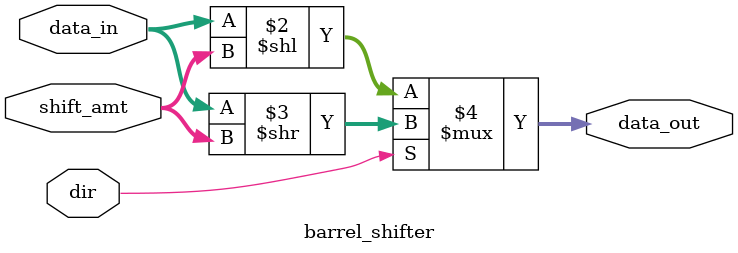
<source format=v>
module barrel_shifter(
    input  [15:0] data_in,
    input  [3:0]  shift_amt,
    input         dir,
    output [15:0] data_out
);

assign data_out = (dir == 1'b0) ? (data_in << shift_amt)
                                : (data_in >> shift_amt);

endmodule

</source>
